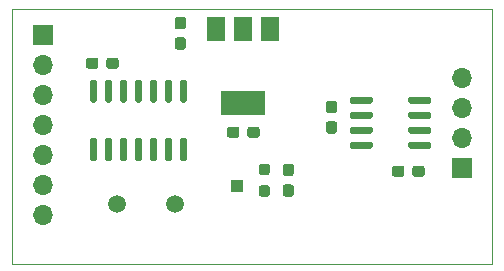
<source format=gbr>
%TF.GenerationSoftware,KiCad,Pcbnew,(5.1.8)-1*%
%TF.CreationDate,2021-01-01T00:53:38+08:00*%
%TF.ProjectId,MCP2517FD-Breakout,4d435032-3531-4374-9644-2d427265616b,rev?*%
%TF.SameCoordinates,Original*%
%TF.FileFunction,Soldermask,Top*%
%TF.FilePolarity,Negative*%
%FSLAX46Y46*%
G04 Gerber Fmt 4.6, Leading zero omitted, Abs format (unit mm)*
G04 Created by KiCad (PCBNEW (5.1.8)-1) date 2021-01-01 00:53:38*
%MOMM*%
%LPD*%
G01*
G04 APERTURE LIST*
%TA.AperFunction,Profile*%
%ADD10C,0.050000*%
%TD*%
%ADD11C,1.500000*%
%ADD12R,1.500000X2.000000*%
%ADD13R,3.800000X2.000000*%
%ADD14R,1.000000X1.000000*%
%ADD15O,1.700000X1.700000*%
%ADD16R,1.700000X1.700000*%
G04 APERTURE END LIST*
D10*
X157480000Y-86360000D02*
X157480000Y-107950000D01*
X119888000Y-86360000D02*
X116840000Y-86360000D01*
X157480000Y-86360000D02*
X119888000Y-86360000D01*
X126746000Y-107950000D02*
X157480000Y-107950000D01*
X116840000Y-107950000D02*
X126746000Y-107950000D01*
X116840000Y-86360000D02*
X116840000Y-107950000D01*
D11*
%TO.C,Y1*%
X130610000Y-102870000D03*
X125730000Y-102870000D03*
%TD*%
%TO.C,U3*%
G36*
G01*
X150364000Y-94221000D02*
X150364000Y-93921000D01*
G75*
G02*
X150514000Y-93771000I150000J0D01*
G01*
X152164000Y-93771000D01*
G75*
G02*
X152314000Y-93921000I0J-150000D01*
G01*
X152314000Y-94221000D01*
G75*
G02*
X152164000Y-94371000I-150000J0D01*
G01*
X150514000Y-94371000D01*
G75*
G02*
X150364000Y-94221000I0J150000D01*
G01*
G37*
G36*
G01*
X150364000Y-95491000D02*
X150364000Y-95191000D01*
G75*
G02*
X150514000Y-95041000I150000J0D01*
G01*
X152164000Y-95041000D01*
G75*
G02*
X152314000Y-95191000I0J-150000D01*
G01*
X152314000Y-95491000D01*
G75*
G02*
X152164000Y-95641000I-150000J0D01*
G01*
X150514000Y-95641000D01*
G75*
G02*
X150364000Y-95491000I0J150000D01*
G01*
G37*
G36*
G01*
X150364000Y-96761000D02*
X150364000Y-96461000D01*
G75*
G02*
X150514000Y-96311000I150000J0D01*
G01*
X152164000Y-96311000D01*
G75*
G02*
X152314000Y-96461000I0J-150000D01*
G01*
X152314000Y-96761000D01*
G75*
G02*
X152164000Y-96911000I-150000J0D01*
G01*
X150514000Y-96911000D01*
G75*
G02*
X150364000Y-96761000I0J150000D01*
G01*
G37*
G36*
G01*
X150364000Y-98031000D02*
X150364000Y-97731000D01*
G75*
G02*
X150514000Y-97581000I150000J0D01*
G01*
X152164000Y-97581000D01*
G75*
G02*
X152314000Y-97731000I0J-150000D01*
G01*
X152314000Y-98031000D01*
G75*
G02*
X152164000Y-98181000I-150000J0D01*
G01*
X150514000Y-98181000D01*
G75*
G02*
X150364000Y-98031000I0J150000D01*
G01*
G37*
G36*
G01*
X145414000Y-98031000D02*
X145414000Y-97731000D01*
G75*
G02*
X145564000Y-97581000I150000J0D01*
G01*
X147214000Y-97581000D01*
G75*
G02*
X147364000Y-97731000I0J-150000D01*
G01*
X147364000Y-98031000D01*
G75*
G02*
X147214000Y-98181000I-150000J0D01*
G01*
X145564000Y-98181000D01*
G75*
G02*
X145414000Y-98031000I0J150000D01*
G01*
G37*
G36*
G01*
X145414000Y-96761000D02*
X145414000Y-96461000D01*
G75*
G02*
X145564000Y-96311000I150000J0D01*
G01*
X147214000Y-96311000D01*
G75*
G02*
X147364000Y-96461000I0J-150000D01*
G01*
X147364000Y-96761000D01*
G75*
G02*
X147214000Y-96911000I-150000J0D01*
G01*
X145564000Y-96911000D01*
G75*
G02*
X145414000Y-96761000I0J150000D01*
G01*
G37*
G36*
G01*
X145414000Y-95491000D02*
X145414000Y-95191000D01*
G75*
G02*
X145564000Y-95041000I150000J0D01*
G01*
X147214000Y-95041000D01*
G75*
G02*
X147364000Y-95191000I0J-150000D01*
G01*
X147364000Y-95491000D01*
G75*
G02*
X147214000Y-95641000I-150000J0D01*
G01*
X145564000Y-95641000D01*
G75*
G02*
X145414000Y-95491000I0J150000D01*
G01*
G37*
G36*
G01*
X145414000Y-94221000D02*
X145414000Y-93921000D01*
G75*
G02*
X145564000Y-93771000I150000J0D01*
G01*
X147214000Y-93771000D01*
G75*
G02*
X147364000Y-93921000I0J-150000D01*
G01*
X147364000Y-94221000D01*
G75*
G02*
X147214000Y-94371000I-150000J0D01*
G01*
X145564000Y-94371000D01*
G75*
G02*
X145414000Y-94221000I0J150000D01*
G01*
G37*
%TD*%
D12*
%TO.C,U2*%
X138698000Y-88036000D03*
X134098000Y-88036000D03*
X136398000Y-88036000D03*
D13*
X136398000Y-94336000D03*
%TD*%
%TO.C,U1*%
G36*
G01*
X123848000Y-94258000D02*
X123548000Y-94258000D01*
G75*
G02*
X123398000Y-94108000I0J150000D01*
G01*
X123398000Y-92458000D01*
G75*
G02*
X123548000Y-92308000I150000J0D01*
G01*
X123848000Y-92308000D01*
G75*
G02*
X123998000Y-92458000I0J-150000D01*
G01*
X123998000Y-94108000D01*
G75*
G02*
X123848000Y-94258000I-150000J0D01*
G01*
G37*
G36*
G01*
X125118000Y-94258000D02*
X124818000Y-94258000D01*
G75*
G02*
X124668000Y-94108000I0J150000D01*
G01*
X124668000Y-92458000D01*
G75*
G02*
X124818000Y-92308000I150000J0D01*
G01*
X125118000Y-92308000D01*
G75*
G02*
X125268000Y-92458000I0J-150000D01*
G01*
X125268000Y-94108000D01*
G75*
G02*
X125118000Y-94258000I-150000J0D01*
G01*
G37*
G36*
G01*
X126388000Y-94258000D02*
X126088000Y-94258000D01*
G75*
G02*
X125938000Y-94108000I0J150000D01*
G01*
X125938000Y-92458000D01*
G75*
G02*
X126088000Y-92308000I150000J0D01*
G01*
X126388000Y-92308000D01*
G75*
G02*
X126538000Y-92458000I0J-150000D01*
G01*
X126538000Y-94108000D01*
G75*
G02*
X126388000Y-94258000I-150000J0D01*
G01*
G37*
G36*
G01*
X127658000Y-94258000D02*
X127358000Y-94258000D01*
G75*
G02*
X127208000Y-94108000I0J150000D01*
G01*
X127208000Y-92458000D01*
G75*
G02*
X127358000Y-92308000I150000J0D01*
G01*
X127658000Y-92308000D01*
G75*
G02*
X127808000Y-92458000I0J-150000D01*
G01*
X127808000Y-94108000D01*
G75*
G02*
X127658000Y-94258000I-150000J0D01*
G01*
G37*
G36*
G01*
X128928000Y-94258000D02*
X128628000Y-94258000D01*
G75*
G02*
X128478000Y-94108000I0J150000D01*
G01*
X128478000Y-92458000D01*
G75*
G02*
X128628000Y-92308000I150000J0D01*
G01*
X128928000Y-92308000D01*
G75*
G02*
X129078000Y-92458000I0J-150000D01*
G01*
X129078000Y-94108000D01*
G75*
G02*
X128928000Y-94258000I-150000J0D01*
G01*
G37*
G36*
G01*
X130198000Y-94258000D02*
X129898000Y-94258000D01*
G75*
G02*
X129748000Y-94108000I0J150000D01*
G01*
X129748000Y-92458000D01*
G75*
G02*
X129898000Y-92308000I150000J0D01*
G01*
X130198000Y-92308000D01*
G75*
G02*
X130348000Y-92458000I0J-150000D01*
G01*
X130348000Y-94108000D01*
G75*
G02*
X130198000Y-94258000I-150000J0D01*
G01*
G37*
G36*
G01*
X131468000Y-94258000D02*
X131168000Y-94258000D01*
G75*
G02*
X131018000Y-94108000I0J150000D01*
G01*
X131018000Y-92458000D01*
G75*
G02*
X131168000Y-92308000I150000J0D01*
G01*
X131468000Y-92308000D01*
G75*
G02*
X131618000Y-92458000I0J-150000D01*
G01*
X131618000Y-94108000D01*
G75*
G02*
X131468000Y-94258000I-150000J0D01*
G01*
G37*
G36*
G01*
X131468000Y-99208000D02*
X131168000Y-99208000D01*
G75*
G02*
X131018000Y-99058000I0J150000D01*
G01*
X131018000Y-97408000D01*
G75*
G02*
X131168000Y-97258000I150000J0D01*
G01*
X131468000Y-97258000D01*
G75*
G02*
X131618000Y-97408000I0J-150000D01*
G01*
X131618000Y-99058000D01*
G75*
G02*
X131468000Y-99208000I-150000J0D01*
G01*
G37*
G36*
G01*
X130198000Y-99208000D02*
X129898000Y-99208000D01*
G75*
G02*
X129748000Y-99058000I0J150000D01*
G01*
X129748000Y-97408000D01*
G75*
G02*
X129898000Y-97258000I150000J0D01*
G01*
X130198000Y-97258000D01*
G75*
G02*
X130348000Y-97408000I0J-150000D01*
G01*
X130348000Y-99058000D01*
G75*
G02*
X130198000Y-99208000I-150000J0D01*
G01*
G37*
G36*
G01*
X128928000Y-99208000D02*
X128628000Y-99208000D01*
G75*
G02*
X128478000Y-99058000I0J150000D01*
G01*
X128478000Y-97408000D01*
G75*
G02*
X128628000Y-97258000I150000J0D01*
G01*
X128928000Y-97258000D01*
G75*
G02*
X129078000Y-97408000I0J-150000D01*
G01*
X129078000Y-99058000D01*
G75*
G02*
X128928000Y-99208000I-150000J0D01*
G01*
G37*
G36*
G01*
X127658000Y-99208000D02*
X127358000Y-99208000D01*
G75*
G02*
X127208000Y-99058000I0J150000D01*
G01*
X127208000Y-97408000D01*
G75*
G02*
X127358000Y-97258000I150000J0D01*
G01*
X127658000Y-97258000D01*
G75*
G02*
X127808000Y-97408000I0J-150000D01*
G01*
X127808000Y-99058000D01*
G75*
G02*
X127658000Y-99208000I-150000J0D01*
G01*
G37*
G36*
G01*
X126388000Y-99208000D02*
X126088000Y-99208000D01*
G75*
G02*
X125938000Y-99058000I0J150000D01*
G01*
X125938000Y-97408000D01*
G75*
G02*
X126088000Y-97258000I150000J0D01*
G01*
X126388000Y-97258000D01*
G75*
G02*
X126538000Y-97408000I0J-150000D01*
G01*
X126538000Y-99058000D01*
G75*
G02*
X126388000Y-99208000I-150000J0D01*
G01*
G37*
G36*
G01*
X125118000Y-99208000D02*
X124818000Y-99208000D01*
G75*
G02*
X124668000Y-99058000I0J150000D01*
G01*
X124668000Y-97408000D01*
G75*
G02*
X124818000Y-97258000I150000J0D01*
G01*
X125118000Y-97258000D01*
G75*
G02*
X125268000Y-97408000I0J-150000D01*
G01*
X125268000Y-99058000D01*
G75*
G02*
X125118000Y-99208000I-150000J0D01*
G01*
G37*
G36*
G01*
X123848000Y-99208000D02*
X123548000Y-99208000D01*
G75*
G02*
X123398000Y-99058000I0J150000D01*
G01*
X123398000Y-97408000D01*
G75*
G02*
X123548000Y-97258000I150000J0D01*
G01*
X123848000Y-97258000D01*
G75*
G02*
X123998000Y-97408000I0J-150000D01*
G01*
X123998000Y-99058000D01*
G75*
G02*
X123848000Y-99208000I-150000J0D01*
G01*
G37*
%TD*%
D14*
%TO.C,TP1*%
X135890000Y-101346000D03*
%TD*%
%TO.C,R1*%
G36*
G01*
X138413500Y-100413000D02*
X137938500Y-100413000D01*
G75*
G02*
X137701000Y-100175500I0J237500D01*
G01*
X137701000Y-99675500D01*
G75*
G02*
X137938500Y-99438000I237500J0D01*
G01*
X138413500Y-99438000D01*
G75*
G02*
X138651000Y-99675500I0J-237500D01*
G01*
X138651000Y-100175500D01*
G75*
G02*
X138413500Y-100413000I-237500J0D01*
G01*
G37*
G36*
G01*
X138413500Y-102238000D02*
X137938500Y-102238000D01*
G75*
G02*
X137701000Y-102000500I0J237500D01*
G01*
X137701000Y-101500500D01*
G75*
G02*
X137938500Y-101263000I237500J0D01*
G01*
X138413500Y-101263000D01*
G75*
G02*
X138651000Y-101500500I0J-237500D01*
G01*
X138651000Y-102000500D01*
G75*
G02*
X138413500Y-102238000I-237500J0D01*
G01*
G37*
%TD*%
D15*
%TO.C,J2*%
X154940000Y-92202000D03*
X154940000Y-94742000D03*
X154940000Y-97282000D03*
D16*
X154940000Y-99822000D03*
%TD*%
D15*
%TO.C,J1*%
X119450000Y-103810000D03*
X119450000Y-101270000D03*
X119450000Y-98730000D03*
X119450000Y-96190000D03*
X119450000Y-93650000D03*
X119450000Y-91110000D03*
D16*
X119450000Y-88570000D03*
%TD*%
%TO.C,D1*%
G36*
G01*
X140445500Y-100488000D02*
X139970500Y-100488000D01*
G75*
G02*
X139733000Y-100250500I0J237500D01*
G01*
X139733000Y-99675500D01*
G75*
G02*
X139970500Y-99438000I237500J0D01*
G01*
X140445500Y-99438000D01*
G75*
G02*
X140683000Y-99675500I0J-237500D01*
G01*
X140683000Y-100250500D01*
G75*
G02*
X140445500Y-100488000I-237500J0D01*
G01*
G37*
G36*
G01*
X140445500Y-102238000D02*
X139970500Y-102238000D01*
G75*
G02*
X139733000Y-102000500I0J237500D01*
G01*
X139733000Y-101425500D01*
G75*
G02*
X139970500Y-101188000I237500J0D01*
G01*
X140445500Y-101188000D01*
G75*
G02*
X140683000Y-101425500I0J-237500D01*
G01*
X140683000Y-102000500D01*
G75*
G02*
X140445500Y-102238000I-237500J0D01*
G01*
G37*
%TD*%
%TO.C,C7*%
G36*
G01*
X144101500Y-95179000D02*
X143626500Y-95179000D01*
G75*
G02*
X143389000Y-94941500I0J237500D01*
G01*
X143389000Y-94341500D01*
G75*
G02*
X143626500Y-94104000I237500J0D01*
G01*
X144101500Y-94104000D01*
G75*
G02*
X144339000Y-94341500I0J-237500D01*
G01*
X144339000Y-94941500D01*
G75*
G02*
X144101500Y-95179000I-237500J0D01*
G01*
G37*
G36*
G01*
X144101500Y-96904000D02*
X143626500Y-96904000D01*
G75*
G02*
X143389000Y-96666500I0J237500D01*
G01*
X143389000Y-96066500D01*
G75*
G02*
X143626500Y-95829000I237500J0D01*
G01*
X144101500Y-95829000D01*
G75*
G02*
X144339000Y-96066500I0J-237500D01*
G01*
X144339000Y-96666500D01*
G75*
G02*
X144101500Y-96904000I-237500J0D01*
G01*
G37*
%TD*%
%TO.C,C6*%
G36*
G01*
X124785000Y-91169500D02*
X124785000Y-90694500D01*
G75*
G02*
X125022500Y-90457000I237500J0D01*
G01*
X125622500Y-90457000D01*
G75*
G02*
X125860000Y-90694500I0J-237500D01*
G01*
X125860000Y-91169500D01*
G75*
G02*
X125622500Y-91407000I-237500J0D01*
G01*
X125022500Y-91407000D01*
G75*
G02*
X124785000Y-91169500I0J237500D01*
G01*
G37*
G36*
G01*
X123060000Y-91169500D02*
X123060000Y-90694500D01*
G75*
G02*
X123297500Y-90457000I237500J0D01*
G01*
X123897500Y-90457000D01*
G75*
G02*
X124135000Y-90694500I0J-237500D01*
G01*
X124135000Y-91169500D01*
G75*
G02*
X123897500Y-91407000I-237500J0D01*
G01*
X123297500Y-91407000D01*
G75*
G02*
X123060000Y-91169500I0J237500D01*
G01*
G37*
%TD*%
%TO.C,C5*%
G36*
G01*
X136723000Y-97011500D02*
X136723000Y-96536500D01*
G75*
G02*
X136960500Y-96299000I237500J0D01*
G01*
X137560500Y-96299000D01*
G75*
G02*
X137798000Y-96536500I0J-237500D01*
G01*
X137798000Y-97011500D01*
G75*
G02*
X137560500Y-97249000I-237500J0D01*
G01*
X136960500Y-97249000D01*
G75*
G02*
X136723000Y-97011500I0J237500D01*
G01*
G37*
G36*
G01*
X134998000Y-97011500D02*
X134998000Y-96536500D01*
G75*
G02*
X135235500Y-96299000I237500J0D01*
G01*
X135835500Y-96299000D01*
G75*
G02*
X136073000Y-96536500I0J-237500D01*
G01*
X136073000Y-97011500D01*
G75*
G02*
X135835500Y-97249000I-237500J0D01*
G01*
X135235500Y-97249000D01*
G75*
G02*
X134998000Y-97011500I0J237500D01*
G01*
G37*
%TD*%
%TO.C,C4*%
G36*
G01*
X130826500Y-88717000D02*
X131301500Y-88717000D01*
G75*
G02*
X131539000Y-88954500I0J-237500D01*
G01*
X131539000Y-89554500D01*
G75*
G02*
X131301500Y-89792000I-237500J0D01*
G01*
X130826500Y-89792000D01*
G75*
G02*
X130589000Y-89554500I0J237500D01*
G01*
X130589000Y-88954500D01*
G75*
G02*
X130826500Y-88717000I237500J0D01*
G01*
G37*
G36*
G01*
X130826500Y-86992000D02*
X131301500Y-86992000D01*
G75*
G02*
X131539000Y-87229500I0J-237500D01*
G01*
X131539000Y-87829500D01*
G75*
G02*
X131301500Y-88067000I-237500J0D01*
G01*
X130826500Y-88067000D01*
G75*
G02*
X130589000Y-87829500I0J237500D01*
G01*
X130589000Y-87229500D01*
G75*
G02*
X130826500Y-86992000I237500J0D01*
G01*
G37*
%TD*%
%TO.C,C1*%
G36*
G01*
X150043000Y-99838500D02*
X150043000Y-100313500D01*
G75*
G02*
X149805500Y-100551000I-237500J0D01*
G01*
X149205500Y-100551000D01*
G75*
G02*
X148968000Y-100313500I0J237500D01*
G01*
X148968000Y-99838500D01*
G75*
G02*
X149205500Y-99601000I237500J0D01*
G01*
X149805500Y-99601000D01*
G75*
G02*
X150043000Y-99838500I0J-237500D01*
G01*
G37*
G36*
G01*
X151768000Y-99838500D02*
X151768000Y-100313500D01*
G75*
G02*
X151530500Y-100551000I-237500J0D01*
G01*
X150930500Y-100551000D01*
G75*
G02*
X150693000Y-100313500I0J237500D01*
G01*
X150693000Y-99838500D01*
G75*
G02*
X150930500Y-99601000I237500J0D01*
G01*
X151530500Y-99601000D01*
G75*
G02*
X151768000Y-99838500I0J-237500D01*
G01*
G37*
%TD*%
M02*

</source>
